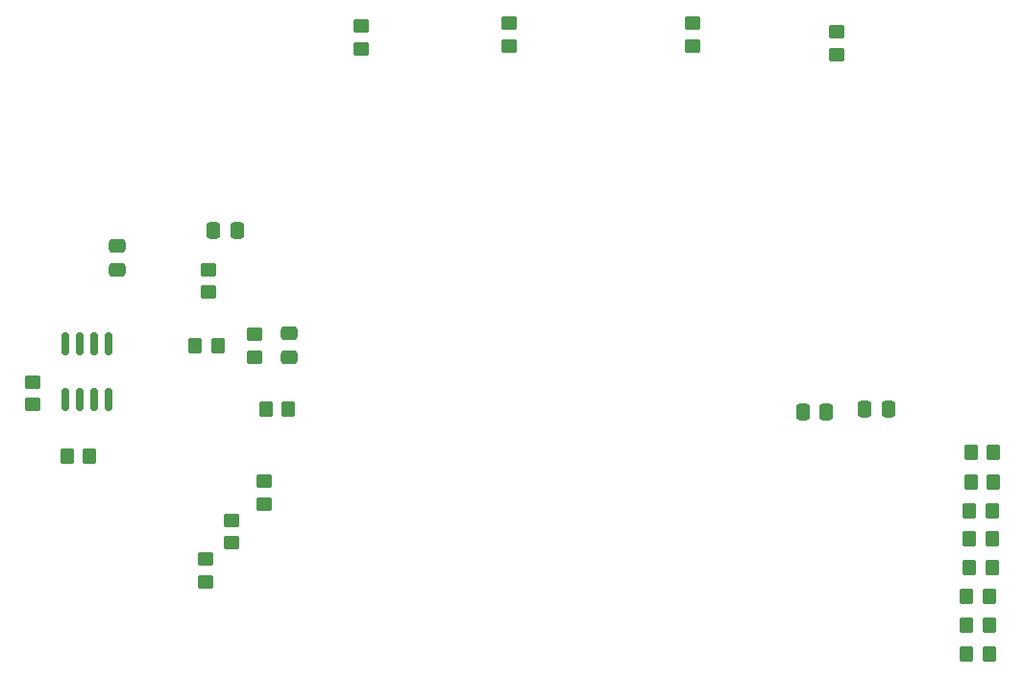
<source format=gbr>
%TF.GenerationSoftware,KiCad,Pcbnew,9.0.2*%
%TF.CreationDate,2025-06-27T21:47:48+01:00*%
%TF.ProjectId,Full_Circuit,46756c6c-5f43-4697-9263-7569742e6b69,rev?*%
%TF.SameCoordinates,Original*%
%TF.FileFunction,Paste,Top*%
%TF.FilePolarity,Positive*%
%FSLAX46Y46*%
G04 Gerber Fmt 4.6, Leading zero omitted, Abs format (unit mm)*
G04 Created by KiCad (PCBNEW 9.0.2) date 2025-06-27 21:47:48*
%MOMM*%
%LPD*%
G01*
G04 APERTURE LIST*
G04 Aperture macros list*
%AMRoundRect*
0 Rectangle with rounded corners*
0 $1 Rounding radius*
0 $2 $3 $4 $5 $6 $7 $8 $9 X,Y pos of 4 corners*
0 Add a 4 corners polygon primitive as box body*
4,1,4,$2,$3,$4,$5,$6,$7,$8,$9,$2,$3,0*
0 Add four circle primitives for the rounded corners*
1,1,$1+$1,$2,$3*
1,1,$1+$1,$4,$5*
1,1,$1+$1,$6,$7*
1,1,$1+$1,$8,$9*
0 Add four rect primitives between the rounded corners*
20,1,$1+$1,$2,$3,$4,$5,0*
20,1,$1+$1,$4,$5,$6,$7,0*
20,1,$1+$1,$6,$7,$8,$9,0*
20,1,$1+$1,$8,$9,$2,$3,0*%
G04 Aperture macros list end*
%ADD10RoundRect,0.150000X-0.150000X0.825000X-0.150000X-0.825000X0.150000X-0.825000X0.150000X0.825000X0*%
%ADD11RoundRect,0.250000X0.350000X0.450000X-0.350000X0.450000X-0.350000X-0.450000X0.350000X-0.450000X0*%
%ADD12RoundRect,0.250000X-0.337500X-0.475000X0.337500X-0.475000X0.337500X0.475000X-0.337500X0.475000X0*%
%ADD13RoundRect,0.250000X-0.350000X-0.450000X0.350000X-0.450000X0.350000X0.450000X-0.350000X0.450000X0*%
%ADD14RoundRect,0.250000X0.450000X-0.350000X0.450000X0.350000X-0.450000X0.350000X-0.450000X-0.350000X0*%
%ADD15RoundRect,0.250000X-0.475000X0.337500X-0.475000X-0.337500X0.475000X-0.337500X0.475000X0.337500X0*%
%ADD16RoundRect,0.250000X0.337500X0.475000X-0.337500X0.475000X-0.337500X-0.475000X0.337500X-0.475000X0*%
%ADD17RoundRect,0.250000X-0.450000X0.350000X-0.450000X-0.350000X0.450000X-0.350000X0.450000X0.350000X0*%
G04 APERTURE END LIST*
D10*
%TO.C,U7*%
X117602000Y-70550000D03*
X116332000Y-70550000D03*
X115062000Y-70550000D03*
X113792000Y-70550000D03*
X113792000Y-75500000D03*
X115062000Y-75500000D03*
X116332000Y-75500000D03*
X117602000Y-75500000D03*
%TD*%
D11*
%TO.C,R19*%
X195199000Y-97917000D03*
X193199000Y-97917000D03*
%TD*%
D12*
%TO.C,C1*%
X126851500Y-60579000D03*
X128926500Y-60579000D03*
%TD*%
D11*
%TO.C,R25*%
X115935000Y-80518000D03*
X113935000Y-80518000D03*
%TD*%
D13*
%TO.C,R6*%
X125238000Y-70739000D03*
X127238000Y-70739000D03*
%TD*%
D11*
%TO.C,R18*%
X195199000Y-95377000D03*
X193199000Y-95377000D03*
%TD*%
D14*
%TO.C,R7*%
X126111000Y-91551000D03*
X126111000Y-89551000D03*
%TD*%
%TO.C,R8*%
X128397000Y-88122000D03*
X128397000Y-86122000D03*
%TD*%
D11*
%TO.C,R15*%
X195453000Y-87757000D03*
X193453000Y-87757000D03*
%TD*%
D15*
%TO.C,C5*%
X133485750Y-69680000D03*
X133485750Y-71755000D03*
%TD*%
D14*
%TO.C,R1*%
X181753000Y-45069000D03*
X181753000Y-43069000D03*
%TD*%
D15*
%TO.C,C19*%
X118364000Y-61954500D03*
X118364000Y-64029500D03*
%TD*%
D11*
%TO.C,R10*%
X133461000Y-76327000D03*
X131461000Y-76327000D03*
%TD*%
D16*
%TO.C,C7*%
X186330500Y-76327000D03*
X184255500Y-76327000D03*
%TD*%
D14*
%TO.C,R4*%
X139843000Y-44561000D03*
X139843000Y-42561000D03*
%TD*%
D11*
%TO.C,R13*%
X195580000Y-82804000D03*
X193580000Y-82804000D03*
%TD*%
D17*
%TO.C,R3*%
X152924000Y-42307000D03*
X152924000Y-44307000D03*
%TD*%
D11*
%TO.C,R14*%
X195469000Y-85267150D03*
X193469000Y-85267150D03*
%TD*%
%TO.C,R17*%
X195199000Y-92837000D03*
X193199000Y-92837000D03*
%TD*%
D17*
%TO.C,R2*%
X169053000Y-42307000D03*
X169053000Y-44307000D03*
%TD*%
D14*
%TO.C,R11*%
X130437750Y-71739000D03*
X130437750Y-69739000D03*
%TD*%
D17*
%TO.C,R26*%
X110871000Y-73930000D03*
X110871000Y-75930000D03*
%TD*%
%TO.C,R5*%
X126365000Y-64024000D03*
X126365000Y-66024000D03*
%TD*%
D11*
%TO.C,R12*%
X195580000Y-80161750D03*
X193580000Y-80161750D03*
%TD*%
D12*
%TO.C,C6*%
X178794500Y-76581000D03*
X180869500Y-76581000D03*
%TD*%
D11*
%TO.C,R16*%
X195453000Y-90297000D03*
X193453000Y-90297000D03*
%TD*%
D17*
%TO.C,R9*%
X131318000Y-82693000D03*
X131318000Y-84693000D03*
%TD*%
M02*

</source>
